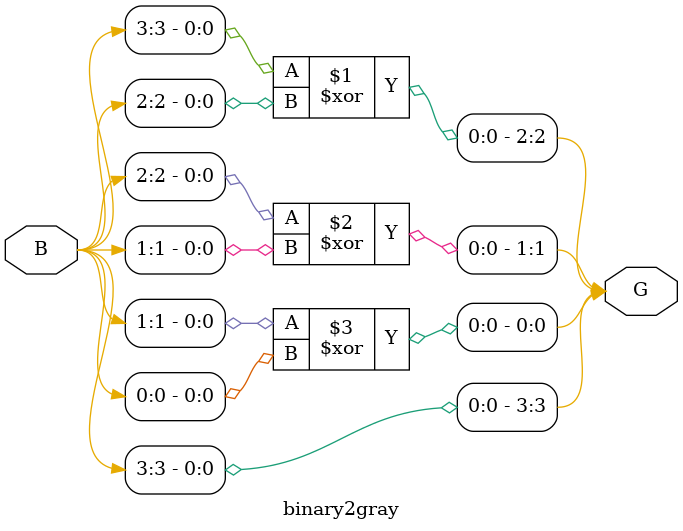
<source format=v>
`timescale 1ns / 1ps

//////////////////////////////////////////////////////////////////////////////////


module binary2gray(
output [3:0]G,
input [3:0]B
   );
   
 assign G[3]=B[3];
 assign G[2]=B[3]^B[2];
 assign G[1]=B[2]^B[1];
 assign G[0]=B[1]^B[0];
 
endmodule
 

</source>
